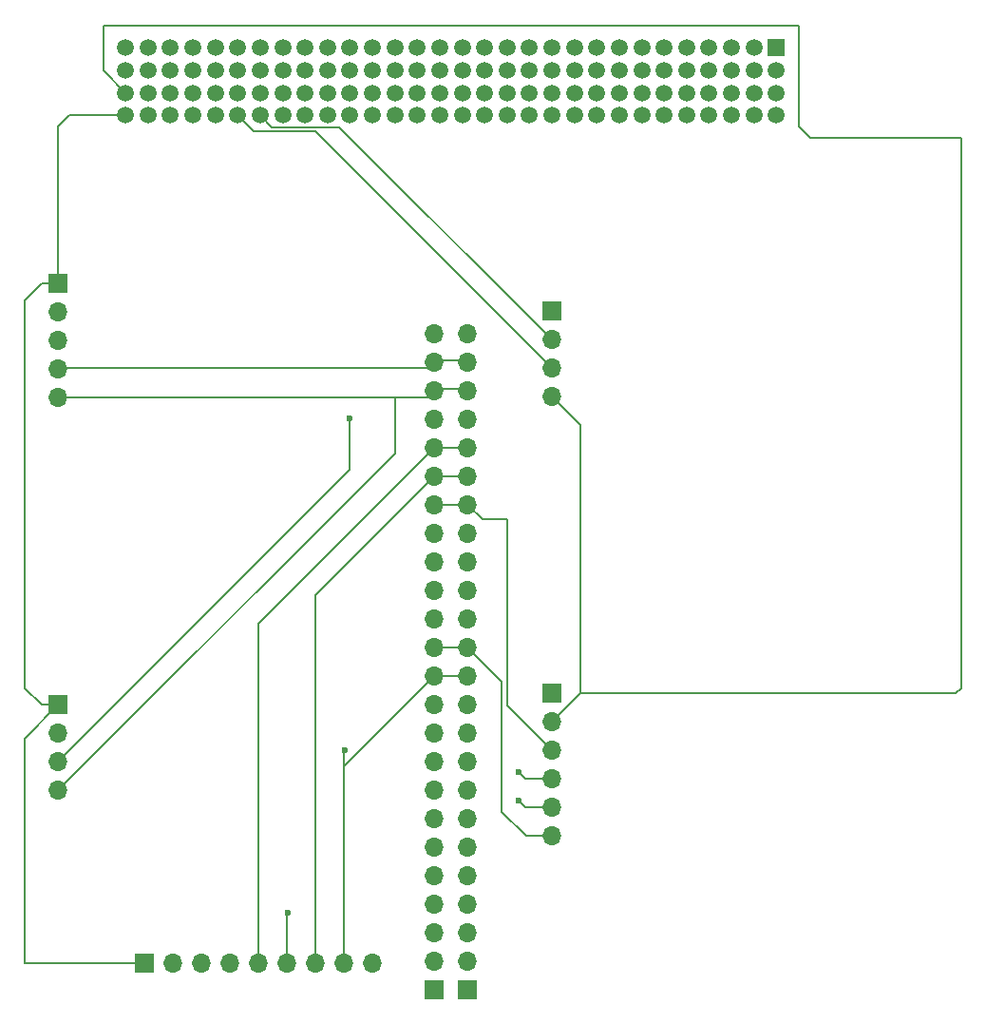
<source format=gbr>
%TF.GenerationSoftware,KiCad,Pcbnew,8.0.0*%
%TF.CreationDate,2025-01-16T04:07:06+02:00*%
%TF.ProjectId,diplomna_2024_sensors_pcb_layout,6469706c-6f6d-46e6-915f-323032345f73,rev?*%
%TF.SameCoordinates,Original*%
%TF.FileFunction,Copper,L1,Top*%
%TF.FilePolarity,Positive*%
%FSLAX46Y46*%
G04 Gerber Fmt 4.6, Leading zero omitted, Abs format (unit mm)*
G04 Created by KiCad (PCBNEW 8.0.0) date 2025-01-16 04:07:06*
%MOMM*%
%LPD*%
G01*
G04 APERTURE LIST*
%TA.AperFunction,ComponentPad*%
%ADD10R,1.700000X1.700000*%
%TD*%
%TA.AperFunction,ComponentPad*%
%ADD11O,1.700000X1.700000*%
%TD*%
%TA.AperFunction,ComponentPad*%
%ADD12R,1.500000X1.500000*%
%TD*%
%TA.AperFunction,ComponentPad*%
%ADD13C,1.500000*%
%TD*%
%TA.AperFunction,ViaPad*%
%ADD14C,0.600000*%
%TD*%
%TA.AperFunction,Conductor*%
%ADD15C,0.200000*%
%TD*%
G04 APERTURE END LIST*
D10*
%TO.P,REF\u002A\u002A,1*%
%TO.N,VIN*%
X176680000Y-136000000D03*
D11*
%TO.P,REF\u002A\u002A,2*%
%TO.N,GND*%
X179220000Y-136000000D03*
%TO.P,REF\u002A\u002A,3*%
%TO.N,EN*%
X181760000Y-136000000D03*
%TO.P,REF\u002A\u002A,4*%
%TO.N,N/C*%
X184300000Y-136000000D03*
%TO.P,REF\u002A\u002A,5*%
%TO.N,sck*%
X186840000Y-136000000D03*
%TO.P,REF\u002A\u002A,6*%
%TO.N,miso*%
X189380000Y-136000000D03*
%TO.P,REF\u002A\u002A,7*%
%TO.N,mosi*%
X191920000Y-136000000D03*
%TO.P,REF\u002A\u002A,8*%
%TO.N,cs*%
X194460000Y-136000000D03*
%TO.P,REF\u002A\u002A,9*%
%TO.N,RST*%
X197000000Y-136000000D03*
%TD*%
%TO.P,REF\u002A\u002A,4*%
%TO.N,VIN*%
X213000000Y-85580000D03*
%TO.P,REF\u002A\u002A,3*%
%TO.N,RX*%
X213000000Y-83040000D03*
%TO.P,REF\u002A\u002A,2*%
%TO.N,TX*%
X213000000Y-80500000D03*
D10*
%TO.P,REF\u002A\u002A,1*%
%TO.N,GND*%
X213000000Y-77960000D03*
%TD*%
%TO.P,REF\u002A\u002A,1*%
%TO.N,GND*%
X213000000Y-112000000D03*
D11*
%TO.P,REF\u002A\u002A,2*%
%TO.N,VIN*%
X213000000Y-114540000D03*
%TO.P,REF\u002A\u002A,3*%
%TO.N,miso*%
X213000000Y-117080000D03*
%TO.P,REF\u002A\u002A,4*%
%TO.N,mosi*%
X213000000Y-119620000D03*
%TO.P,REF\u002A\u002A,5*%
%TO.N,sck*%
X213000000Y-122160000D03*
%TO.P,REF\u002A\u002A,6*%
%TO.N,cs*%
X213000000Y-124700000D03*
%TD*%
D10*
%TO.P,REF\u002A\u002A,1*%
%TO.N,VIN*%
X169000000Y-113000000D03*
D11*
%TO.P,REF\u002A\u002A,2*%
%TO.N,GND*%
X169000000Y-115540000D03*
%TO.P,REF\u002A\u002A,3*%
%TO.N,SCL*%
X169000000Y-118080000D03*
%TO.P,REF\u002A\u002A,4*%
%TO.N,SDA*%
X169000000Y-120620000D03*
%TD*%
D10*
%TO.P,REF\u002A\u002A,1*%
%TO.N,VIN*%
X169000000Y-75460000D03*
D11*
%TO.P,REF\u002A\u002A,2*%
%TO.N,N/C*%
X169000000Y-78000000D03*
%TO.P,REF\u002A\u002A,3*%
%TO.N,GND*%
X169000000Y-80540000D03*
%TO.P,REF\u002A\u002A,4*%
%TO.N,SCL*%
X169000000Y-83080000D03*
%TO.P,REF\u002A\u002A,5*%
%TO.N,SDA*%
X169000000Y-85620000D03*
%TD*%
D10*
%TO.P,REF\u002A\u002A,1*%
%TO.N,N/C*%
X202500000Y-138400000D03*
D11*
%TO.P,REF\u002A\u002A,2*%
X202500000Y-135860000D03*
%TO.P,REF\u002A\u002A,3*%
X202500000Y-133320000D03*
%TO.P,REF\u002A\u002A,4*%
X202500000Y-130780000D03*
%TO.P,REF\u002A\u002A,5*%
X202500000Y-128240000D03*
%TO.P,REF\u002A\u002A,6*%
X202500000Y-125700000D03*
%TO.P,REF\u002A\u002A,7*%
X202500000Y-123160000D03*
%TO.P,REF\u002A\u002A,8*%
X202500000Y-120620000D03*
%TO.P,REF\u002A\u002A,9*%
X202500000Y-118080000D03*
%TO.P,REF\u002A\u002A,10*%
X202500000Y-115540000D03*
%TO.P,REF\u002A\u002A,11*%
X202500000Y-113000000D03*
%TO.P,REF\u002A\u002A,12*%
%TO.N,cs*%
X202500000Y-110460000D03*
%TO.P,REF\u002A\u002A,13*%
X202500000Y-107920000D03*
%TO.P,REF\u002A\u002A,14*%
%TO.N,N/C*%
X202500000Y-105380000D03*
%TO.P,REF\u002A\u002A,15*%
X202500000Y-102840000D03*
%TO.P,REF\u002A\u002A,16*%
X202500000Y-100300000D03*
%TO.P,REF\u002A\u002A,17*%
X202500000Y-97760000D03*
%TO.P,REF\u002A\u002A,18*%
%TO.N,miso*%
X202500000Y-95220000D03*
%TO.P,REF\u002A\u002A,19*%
%TO.N,mosi*%
X202500000Y-92680000D03*
%TO.P,REF\u002A\u002A,20*%
%TO.N,sck*%
X202500000Y-90140000D03*
%TO.P,REF\u002A\u002A,21*%
%TO.N,N/C*%
X202500000Y-87600000D03*
%TO.P,REF\u002A\u002A,22*%
%TO.N,SDA*%
X202500000Y-85060000D03*
%TO.P,REF\u002A\u002A,23*%
%TO.N,SCL*%
X202500000Y-82520000D03*
%TO.P,REF\u002A\u002A,24*%
%TO.N,N/C*%
X202500000Y-79980000D03*
%TD*%
D10*
%TO.P,REF\u002A\u002A,1*%
%TO.N,N/C*%
X205500000Y-138400000D03*
D11*
%TO.P,REF\u002A\u002A,2*%
X205500000Y-135860000D03*
%TO.P,REF\u002A\u002A,3*%
X205500000Y-133320000D03*
%TO.P,REF\u002A\u002A,4*%
X205500000Y-130780000D03*
%TO.P,REF\u002A\u002A,5*%
X205500000Y-128240000D03*
%TO.P,REF\u002A\u002A,6*%
X205500000Y-125700000D03*
%TO.P,REF\u002A\u002A,7*%
X205500000Y-123160000D03*
%TO.P,REF\u002A\u002A,8*%
X205500000Y-120620000D03*
%TO.P,REF\u002A\u002A,9*%
X205500000Y-118080000D03*
%TO.P,REF\u002A\u002A,10*%
X205500000Y-115540000D03*
%TO.P,REF\u002A\u002A,11*%
X205500000Y-113000000D03*
%TO.P,REF\u002A\u002A,12*%
%TO.N,cs*%
X205500000Y-110460000D03*
%TO.P,REF\u002A\u002A,13*%
X205500000Y-107920000D03*
%TO.P,REF\u002A\u002A,14*%
%TO.N,N/C*%
X205500000Y-105380000D03*
%TO.P,REF\u002A\u002A,15*%
X205500000Y-102840000D03*
%TO.P,REF\u002A\u002A,16*%
X205500000Y-100300000D03*
%TO.P,REF\u002A\u002A,17*%
X205500000Y-97760000D03*
%TO.P,REF\u002A\u002A,18*%
%TO.N,miso*%
X205500000Y-95220000D03*
%TO.P,REF\u002A\u002A,19*%
%TO.N,mosi*%
X205500000Y-92680000D03*
%TO.P,REF\u002A\u002A,20*%
%TO.N,sck*%
X205500000Y-90140000D03*
%TO.P,REF\u002A\u002A,21*%
%TO.N,N/C*%
X205500000Y-87600000D03*
%TO.P,REF\u002A\u002A,22*%
%TO.N,SDA*%
X205500000Y-85060000D03*
%TO.P,REF\u002A\u002A,23*%
%TO.N,SCL*%
X205500000Y-82520000D03*
%TO.P,REF\u002A\u002A,24*%
%TO.N,N/C*%
X205500000Y-79980000D03*
%TD*%
D12*
%TO.P,J\u002A\u002A,1*%
%TO.N,N/C*%
X233000000Y-54500000D03*
D13*
%TO.P,J\u002A\u002A,2*%
X231000000Y-54500000D03*
%TO.P,J\u002A\u002A,3*%
X229000000Y-54500000D03*
%TO.P,J\u002A\u002A,4*%
X227000000Y-54500000D03*
%TO.P,J\u002A\u002A,5*%
X225000000Y-54500000D03*
%TO.P,J\u002A\u002A,6*%
X223000000Y-54500000D03*
%TO.P,J\u002A\u002A,7*%
X221000000Y-54500000D03*
%TO.P,J\u002A\u002A,8*%
X219000000Y-54500000D03*
%TO.P,J\u002A\u002A,9*%
X217000000Y-54500000D03*
%TO.P,J\u002A\u002A,10*%
X215000000Y-54500000D03*
%TO.P,J\u002A\u002A,11*%
X213000000Y-54500000D03*
%TO.P,J\u002A\u002A,12*%
X211000000Y-54500000D03*
%TO.P,J\u002A\u002A,13*%
X209000000Y-54500000D03*
%TO.P,J\u002A\u002A,14*%
X207000000Y-54500000D03*
%TO.P,J\u002A\u002A,15*%
X205000000Y-54500000D03*
%TO.P,J\u002A\u002A,16*%
X203000000Y-54500000D03*
%TO.P,J\u002A\u002A,17*%
X201000000Y-54500000D03*
%TO.P,J\u002A\u002A,18*%
X199000000Y-54500000D03*
%TO.P,J\u002A\u002A,19*%
X197000000Y-54500000D03*
%TO.P,J\u002A\u002A,20*%
X195000000Y-54500000D03*
%TO.P,J\u002A\u002A,21*%
X193000000Y-54500000D03*
%TO.P,J\u002A\u002A,22*%
X191000000Y-54500000D03*
%TO.P,J\u002A\u002A,23*%
X189000000Y-54500000D03*
%TO.P,J\u002A\u002A,24*%
X187000000Y-54500000D03*
%TO.P,J\u002A\u002A,25*%
X185000000Y-54500000D03*
%TO.P,J\u002A\u002A,26*%
X183000000Y-54500000D03*
%TO.P,J\u002A\u002A,27*%
X181000000Y-54500000D03*
%TO.P,J\u002A\u002A,28*%
X179000000Y-54500000D03*
%TO.P,J\u002A\u002A,29*%
X177000000Y-54500000D03*
%TO.P,J\u002A\u002A,30*%
X175000000Y-54500000D03*
%TO.P,J\u002A\u002A,31*%
X233000000Y-56500000D03*
%TO.P,J\u002A\u002A,32*%
X231000000Y-56500000D03*
%TO.P,J\u002A\u002A,33*%
X229000000Y-56500000D03*
%TO.P,J\u002A\u002A,34*%
X227000000Y-56500000D03*
%TO.P,J\u002A\u002A,35*%
X225000000Y-56500000D03*
%TO.P,J\u002A\u002A,36*%
X223000000Y-56500000D03*
%TO.P,J\u002A\u002A,37*%
X221000000Y-56500000D03*
%TO.P,J\u002A\u002A,38*%
X219000000Y-56500000D03*
%TO.P,J\u002A\u002A,39*%
X217000000Y-56500000D03*
%TO.P,J\u002A\u002A,40*%
X215000000Y-56500000D03*
%TO.P,J\u002A\u002A,41*%
X213000000Y-56500000D03*
%TO.P,J\u002A\u002A,42*%
X211000000Y-56500000D03*
%TO.P,J\u002A\u002A,43*%
X209000000Y-56500000D03*
%TO.P,J\u002A\u002A,44*%
X207000000Y-56500000D03*
%TO.P,J\u002A\u002A,45*%
X205000000Y-56500000D03*
%TO.P,J\u002A\u002A,46*%
X203000000Y-56500000D03*
%TO.P,J\u002A\u002A,47*%
X201000000Y-56500000D03*
%TO.P,J\u002A\u002A,48*%
X199000000Y-56500000D03*
%TO.P,J\u002A\u002A,49*%
X197000000Y-56500000D03*
%TO.P,J\u002A\u002A,50*%
X195000000Y-56500000D03*
%TO.P,J\u002A\u002A,51*%
X193000000Y-56500000D03*
%TO.P,J\u002A\u002A,52*%
X191000000Y-56500000D03*
%TO.P,J\u002A\u002A,53*%
X189000000Y-56500000D03*
%TO.P,J\u002A\u002A,54*%
X187000000Y-56500000D03*
%TO.P,J\u002A\u002A,55*%
X185000000Y-56500000D03*
%TO.P,J\u002A\u002A,56*%
X183000000Y-56500000D03*
%TO.P,J\u002A\u002A,57*%
X181000000Y-56500000D03*
%TO.P,J\u002A\u002A,58*%
X179000000Y-56500000D03*
%TO.P,J\u002A\u002A,59*%
X177000000Y-56500000D03*
%TO.P,J\u002A\u002A,60*%
X175000000Y-56500000D03*
%TO.P,J\u002A\u002A,61*%
X233000000Y-58500000D03*
%TO.P,J\u002A\u002A,62*%
X231000000Y-58500000D03*
%TO.P,J\u002A\u002A,63*%
X229000000Y-58500000D03*
%TO.P,J\u002A\u002A,64*%
X227000000Y-58500000D03*
%TO.P,J\u002A\u002A,65*%
X225000000Y-58500000D03*
%TO.P,J\u002A\u002A,66*%
X223000000Y-58500000D03*
%TO.P,J\u002A\u002A,67*%
X221000000Y-58500000D03*
%TO.P,J\u002A\u002A,68*%
X219000000Y-58500000D03*
%TO.P,J\u002A\u002A,69*%
X217000000Y-58500000D03*
%TO.P,J\u002A\u002A,70*%
X215000000Y-58500000D03*
%TO.P,J\u002A\u002A,71*%
X213000000Y-58500000D03*
%TO.P,J\u002A\u002A,72*%
X211000000Y-58500000D03*
%TO.P,J\u002A\u002A,73*%
X209000000Y-58500000D03*
%TO.P,J\u002A\u002A,74*%
X207000000Y-58500000D03*
%TO.P,J\u002A\u002A,75*%
X205000000Y-58500000D03*
%TO.P,J\u002A\u002A,76*%
X203000000Y-58500000D03*
%TO.P,J\u002A\u002A,77*%
X201000000Y-58500000D03*
%TO.P,J\u002A\u002A,78*%
X199000000Y-58500000D03*
%TO.P,J\u002A\u002A,79*%
X197000000Y-58500000D03*
%TO.P,J\u002A\u002A,80*%
X195000000Y-58500000D03*
%TO.P,J\u002A\u002A,81*%
X193000000Y-58500000D03*
%TO.P,J\u002A\u002A,82*%
X191000000Y-58500000D03*
%TO.P,J\u002A\u002A,83*%
X189000000Y-58500000D03*
%TO.P,J\u002A\u002A,84*%
X187000000Y-58500000D03*
%TO.P,J\u002A\u002A,85*%
X185000000Y-58500000D03*
%TO.P,J\u002A\u002A,86*%
X183000000Y-58500000D03*
%TO.P,J\u002A\u002A,87*%
X181000000Y-58500000D03*
%TO.P,J\u002A\u002A,88*%
X179000000Y-58500000D03*
%TO.P,J\u002A\u002A,89*%
X177000000Y-58500000D03*
%TO.P,J\u002A\u002A,90*%
%TO.N,VIN*%
X175000000Y-58500000D03*
%TO.P,J\u002A\u002A,91*%
%TO.N,N/C*%
X233000000Y-60500000D03*
%TO.P,J\u002A\u002A,92*%
X231000000Y-60500000D03*
%TO.P,J\u002A\u002A,93*%
X229000000Y-60500000D03*
%TO.P,J\u002A\u002A,94*%
X227000000Y-60500000D03*
%TO.P,J\u002A\u002A,95*%
X225000000Y-60500000D03*
%TO.P,J\u002A\u002A,96*%
X223000000Y-60500000D03*
%TO.P,J\u002A\u002A,97*%
X221000000Y-60500000D03*
%TO.P,J\u002A\u002A,98*%
X219000000Y-60500000D03*
%TO.P,J\u002A\u002A,99*%
X217000000Y-60500000D03*
%TO.P,J\u002A\u002A,100*%
X215000000Y-60500000D03*
%TO.P,J\u002A\u002A,101*%
X213000000Y-60500000D03*
%TO.P,J\u002A\u002A,102*%
X211000000Y-60500000D03*
%TO.P,J\u002A\u002A,103*%
X209000000Y-60500000D03*
%TO.P,J\u002A\u002A,104*%
X207000000Y-60500000D03*
%TO.P,J\u002A\u002A,105*%
X205000000Y-60500000D03*
%TO.P,J\u002A\u002A,106*%
X203000000Y-60500000D03*
%TO.P,J\u002A\u002A,107*%
X201000000Y-60500000D03*
%TO.P,J\u002A\u002A,108*%
X199000000Y-60500000D03*
%TO.P,J\u002A\u002A,109*%
%TO.N,RST*%
X197000000Y-60500000D03*
%TO.P,J\u002A\u002A,110*%
%TO.N,cs*%
X195000000Y-60500000D03*
%TO.P,J\u002A\u002A,111*%
%TO.N,N/C*%
X193000000Y-60500000D03*
%TO.P,J\u002A\u002A,112*%
X191000000Y-60500000D03*
%TO.P,J\u002A\u002A,113*%
X189000000Y-60500000D03*
%TO.P,J\u002A\u002A,114*%
%TO.N,TX*%
X187000000Y-60500000D03*
%TO.P,J\u002A\u002A,115*%
%TO.N,RX*%
X185000000Y-60500000D03*
%TO.P,J\u002A\u002A,116*%
%TO.N,N/C*%
X183000000Y-60500000D03*
%TO.P,J\u002A\u002A,117*%
X181000000Y-60500000D03*
%TO.P,J\u002A\u002A,118*%
X179000000Y-60500000D03*
%TO.P,J\u002A\u002A,119*%
X177000000Y-60500000D03*
%TO.P,J\u002A\u002A,120*%
%TO.N,VIN*%
X175000000Y-60500000D03*
%TD*%
D14*
%TO.N,cs*%
X194500000Y-117000000D03*
%TO.N,miso*%
X189500000Y-131500000D03*
%TO.N,mosi*%
X210000000Y-119000000D03*
%TO.N,sck*%
X210000000Y-121500000D03*
%TO.N,SCL*%
X195000000Y-87500000D03*
%TD*%
D15*
%TO.N,cs*%
X194480000Y-117020000D02*
X194500000Y-117000000D01*
X194480000Y-118480000D02*
X194480000Y-117020000D01*
X194460000Y-118500000D02*
X194480000Y-118480000D01*
%TO.N,VIN*%
X166000000Y-116000000D02*
X169000000Y-113000000D01*
X166000000Y-136000000D02*
X166000000Y-116000000D01*
X176680000Y-136000000D02*
X166000000Y-136000000D01*
%TO.N,miso*%
X189380000Y-131620000D02*
X189500000Y-131500000D01*
X189380000Y-136000000D02*
X189380000Y-131620000D01*
%TO.N,sck*%
X186840000Y-105800000D02*
X202500000Y-90140000D01*
X186840000Y-136000000D02*
X186840000Y-105800000D01*
%TO.N,mosi*%
X191920000Y-103260000D02*
X202500000Y-92680000D01*
X191920000Y-136000000D02*
X191920000Y-103260000D01*
%TO.N,cs*%
X194460000Y-118500000D02*
X194460000Y-136000000D01*
X202500000Y-110460000D02*
X194460000Y-118500000D01*
X205500000Y-110460000D02*
X202500000Y-110460000D01*
%TO.N,sck*%
X210660000Y-122160000D02*
X210000000Y-121500000D01*
X213000000Y-122160000D02*
X210660000Y-122160000D01*
%TO.N,mosi*%
X210620000Y-119620000D02*
X210000000Y-119000000D01*
X213000000Y-119620000D02*
X210620000Y-119620000D01*
%TO.N,RX*%
X186450000Y-61950000D02*
X185000000Y-60500000D01*
X191910000Y-61950000D02*
X186450000Y-61950000D01*
X213000000Y-83040000D02*
X191910000Y-61950000D01*
%TO.N,TX*%
X194050000Y-61550000D02*
X188050000Y-61550000D01*
X213000000Y-80500000D02*
X194050000Y-61550000D01*
X188050000Y-61550000D02*
X187000000Y-60500000D01*
%TO.N,VIN*%
X215540000Y-112000000D02*
X215540000Y-88120000D01*
X215540000Y-88120000D02*
X213000000Y-85580000D01*
%TO.N,cs*%
X205500000Y-107920000D02*
X202500000Y-107920000D01*
X208500000Y-110920000D02*
X205500000Y-107920000D01*
X210700000Y-124700000D02*
X208500000Y-122500000D01*
X208500000Y-122500000D02*
X208500000Y-110920000D01*
X213000000Y-124700000D02*
X210700000Y-124700000D01*
%TO.N,miso*%
X206780000Y-96500000D02*
X205500000Y-95220000D01*
X209000000Y-96500000D02*
X206780000Y-96500000D01*
X209000000Y-113080000D02*
X209000000Y-96500000D01*
X213000000Y-117080000D02*
X209000000Y-113080000D01*
%TO.N,VIN*%
X215540000Y-112000000D02*
X213000000Y-114540000D01*
X249000000Y-112000000D02*
X215540000Y-112000000D01*
X249500000Y-111500000D02*
X249000000Y-112000000D01*
X249500000Y-62500000D02*
X249500000Y-111500000D01*
X236000000Y-62500000D02*
X249500000Y-62500000D01*
X235000000Y-61500000D02*
X236000000Y-62500000D01*
X235000000Y-52500000D02*
X235000000Y-61500000D01*
X173000000Y-52500000D02*
X235000000Y-52500000D01*
X173000000Y-56500000D02*
X173000000Y-52500000D01*
X175000000Y-58500000D02*
X173000000Y-56500000D01*
%TO.N,SCL*%
X195000000Y-92080000D02*
X195000000Y-87500000D01*
X169000000Y-118080000D02*
X195000000Y-92080000D01*
%TO.N,SDA*%
X199000000Y-90620000D02*
X199000000Y-85620000D01*
X169000000Y-120620000D02*
X199000000Y-90620000D01*
X199000000Y-85620000D02*
X201940000Y-85620000D01*
X169000000Y-85620000D02*
X199000000Y-85620000D01*
%TO.N,VIN*%
X167500000Y-113000000D02*
X169000000Y-113000000D01*
X166000000Y-111500000D02*
X167500000Y-113000000D01*
X167540000Y-75460000D02*
X166000000Y-77000000D01*
X166000000Y-77000000D02*
X166000000Y-111500000D01*
X169000000Y-75460000D02*
X167540000Y-75460000D01*
%TO.N,SDA*%
X201940000Y-85620000D02*
X202500000Y-85060000D01*
%TO.N,SCL*%
X169080000Y-83000000D02*
X194830000Y-83000000D01*
X169000000Y-83080000D02*
X169080000Y-83000000D01*
%TO.N,SDA*%
X168620000Y-121000000D02*
X169000000Y-120620000D01*
%TO.N,SCL*%
X205500000Y-82520000D02*
X205980000Y-83000000D01*
X202020000Y-83000000D02*
X202500000Y-82520000D01*
X194830000Y-83000000D02*
X202020000Y-83000000D01*
%TO.N,VIN*%
X170000000Y-60500000D02*
X169000000Y-61500000D01*
X175000000Y-60500000D02*
X170000000Y-60500000D01*
X169000000Y-61500000D02*
X169000000Y-75460000D01*
%TO.N,*%
X215000000Y-60600000D02*
X215000000Y-60500000D01*
%TO.N,mosi*%
X205620000Y-92600000D02*
X205500000Y-92480000D01*
%TO.N,SCL*%
X205500000Y-82320000D02*
X205820000Y-82320000D01*
%TO.N,mosi*%
X202500000Y-92680000D02*
X205500000Y-92680000D01*
%TO.N,*%
X202300000Y-102840000D02*
X202500000Y-102640000D01*
%TO.N,SDA*%
X202500000Y-84860000D02*
X205500000Y-84860000D01*
%TO.N,sck*%
X205500000Y-89940000D02*
X205940000Y-89940000D01*
%TO.N,SDA*%
X205620000Y-84980000D02*
X205500000Y-84860000D01*
%TO.N,sck*%
X205620000Y-90060000D02*
X205500000Y-89940000D01*
%TO.N,SCL*%
X202500000Y-82320000D02*
X205500000Y-82320000D01*
X205820000Y-82320000D02*
X205940000Y-82440000D01*
%TO.N,SDA*%
X205620000Y-85000000D02*
X205500000Y-84880000D01*
%TO.N,sck*%
X205940000Y-89940000D02*
X206060000Y-90060000D01*
%TO.N,miso*%
X202300000Y-95220000D02*
X202500000Y-95020000D01*
%TO.N,sck*%
X202500000Y-90140000D02*
X205500000Y-90140000D01*
%TO.N,miso*%
X202500000Y-95220000D02*
X205500000Y-95220000D01*
%TO.N,sck*%
X202300000Y-90140000D02*
X202500000Y-89940000D01*
%TO.N,*%
X202300000Y-100300000D02*
X202500000Y-100100000D01*
X180928000Y-60572000D02*
X181000000Y-60500000D01*
%TO.N,SCL*%
X202300000Y-82520000D02*
X202500000Y-82320000D01*
%TD*%
M02*

</source>
